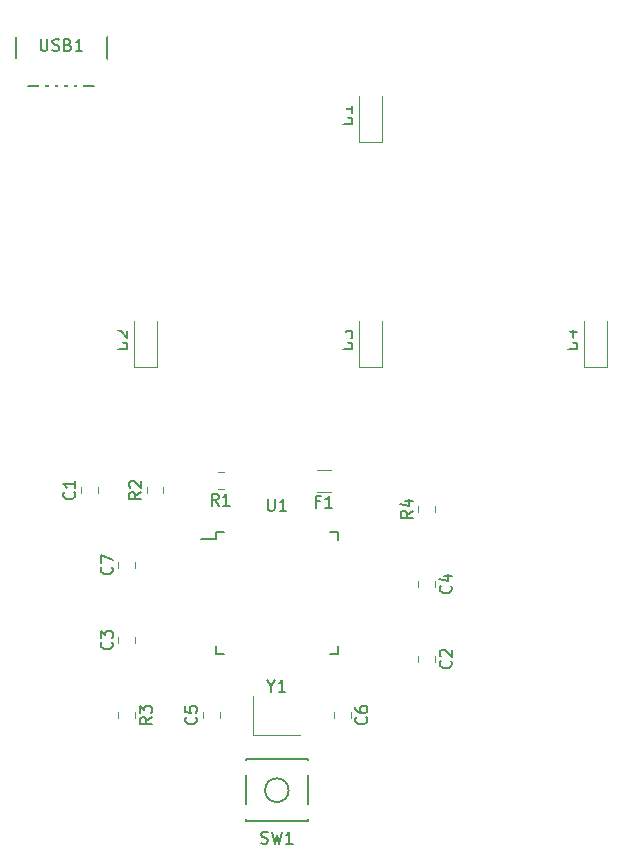
<source format=gto>
G04 #@! TF.GenerationSoftware,KiCad,Pcbnew,(5.1.4)-1*
G04 #@! TF.CreationDate,2022-10-20T20:42:53-05:00*
G04 #@! TF.ProjectId,first-3k-keypad,66697273-742d-4336-9b2d-6b6579706164,rev?*
G04 #@! TF.SameCoordinates,Original*
G04 #@! TF.FileFunction,Legend,Top*
G04 #@! TF.FilePolarity,Positive*
%FSLAX46Y46*%
G04 Gerber Fmt 4.6, Leading zero omitted, Abs format (unit mm)*
G04 Created by KiCad (PCBNEW (5.1.4)-1) date 2022-10-20 20:42:53*
%MOMM*%
%LPD*%
G04 APERTURE LIST*
%ADD10C,0.150000*%
%ADD11C,0.120000*%
%ADD12R,1.602000X0.652000*%
%ADD13R,0.652000X1.602000*%
%ADD14R,1.502000X1.302000*%
%ADD15R,0.602000X2.352000*%
%ADD16O,1.802000X2.802000*%
%ADD17R,1.902000X1.202000*%
%ADD18C,0.020000*%
%ADD19C,1.077000*%
%ADD20C,4.089800*%
%ADD21C,1.852000*%
%ADD22C,1.352000*%
%ADD23R,1.302000X1.002000*%
G04 APERTURE END LIST*
D10*
X121825000Y-140081250D02*
X121825000Y-140656250D01*
X132175000Y-140081250D02*
X132175000Y-140756250D01*
X132175000Y-150431250D02*
X132175000Y-149756250D01*
X121825000Y-150431250D02*
X121825000Y-149756250D01*
X121825000Y-140081250D02*
X122500000Y-140081250D01*
X121825000Y-150431250D02*
X122500000Y-150431250D01*
X132175000Y-150431250D02*
X131500000Y-150431250D01*
X132175000Y-140081250D02*
X131500000Y-140081250D01*
X121825000Y-140656250D02*
X120550000Y-140656250D01*
D11*
X125000000Y-153925000D02*
X125000000Y-157225000D01*
X125000000Y-157225000D02*
X129000000Y-157225000D01*
D10*
X112593750Y-102287500D02*
X104893750Y-102287500D01*
X104893750Y-96837500D02*
X104893750Y-102287500D01*
X112593750Y-96837500D02*
X112593750Y-102287500D01*
X128000000Y-161925000D02*
G75*
G03X128000000Y-161925000I-1000000J0D01*
G01*
X124400000Y-164525000D02*
X124400000Y-159325000D01*
X129600000Y-164525000D02*
X124400000Y-164525000D01*
X129600000Y-159325000D02*
X129600000Y-164525000D01*
X124400000Y-159325000D02*
X129600000Y-159325000D01*
D11*
X140410000Y-138371078D02*
X140410000Y-137853922D01*
X138990000Y-138371078D02*
X138990000Y-137853922D01*
X113590000Y-155316422D02*
X113590000Y-155833578D01*
X115010000Y-155316422D02*
X115010000Y-155833578D01*
X115971250Y-136783578D02*
X115971250Y-136266422D01*
X117391250Y-136783578D02*
X117391250Y-136266422D01*
X122496078Y-135021250D02*
X121978922Y-135021250D01*
X122496078Y-136441250D02*
X121978922Y-136441250D01*
X131570814Y-134821250D02*
X130366686Y-134821250D01*
X131570814Y-136641250D02*
X130366686Y-136641250D01*
X152987500Y-126075000D02*
X154987500Y-126075000D01*
X154987500Y-126075000D02*
X154987500Y-122175000D01*
X152987500Y-126075000D02*
X152987500Y-122175000D01*
X133937500Y-126075000D02*
X133937500Y-122175000D01*
X135937500Y-126075000D02*
X135937500Y-122175000D01*
X133937500Y-126075000D02*
X135937500Y-126075000D01*
X114887500Y-126075000D02*
X116887500Y-126075000D01*
X116887500Y-126075000D02*
X116887500Y-122175000D01*
X114887500Y-126075000D02*
X114887500Y-122175000D01*
X133937500Y-107025000D02*
X135937500Y-107025000D01*
X135937500Y-107025000D02*
X135937500Y-103125000D01*
X133937500Y-107025000D02*
X133937500Y-103125000D01*
X115010000Y-143133578D02*
X115010000Y-142616422D01*
X113590000Y-143133578D02*
X113590000Y-142616422D01*
X131846250Y-155316422D02*
X131846250Y-155833578D01*
X133266250Y-155316422D02*
X133266250Y-155833578D01*
X122153750Y-155833578D02*
X122153750Y-155316422D01*
X120733750Y-155833578D02*
X120733750Y-155316422D01*
X138990000Y-144203922D02*
X138990000Y-144721078D01*
X140410000Y-144203922D02*
X140410000Y-144721078D01*
X115010000Y-149483578D02*
X115010000Y-148966422D01*
X113590000Y-149483578D02*
X113590000Y-148966422D01*
X140410000Y-150553922D02*
X140410000Y-151071078D01*
X138990000Y-150553922D02*
X138990000Y-151071078D01*
X110415000Y-136783578D02*
X110415000Y-136266422D01*
X111835000Y-136783578D02*
X111835000Y-136266422D01*
D10*
X126238095Y-137258630D02*
X126238095Y-138068154D01*
X126285714Y-138163392D01*
X126333333Y-138211011D01*
X126428571Y-138258630D01*
X126619047Y-138258630D01*
X126714285Y-138211011D01*
X126761904Y-138163392D01*
X126809523Y-138068154D01*
X126809523Y-137258630D01*
X127809523Y-138258630D02*
X127238095Y-138258630D01*
X127523809Y-138258630D02*
X127523809Y-137258630D01*
X127428571Y-137401488D01*
X127333333Y-137496726D01*
X127238095Y-137544345D01*
X126523809Y-153101190D02*
X126523809Y-153577380D01*
X126190476Y-152577380D02*
X126523809Y-153101190D01*
X126857142Y-152577380D01*
X127714285Y-153577380D02*
X127142857Y-153577380D01*
X127428571Y-153577380D02*
X127428571Y-152577380D01*
X127333333Y-152720238D01*
X127238095Y-152815476D01*
X127142857Y-152863095D01*
X107005654Y-98321880D02*
X107005654Y-99131404D01*
X107053273Y-99226642D01*
X107100892Y-99274261D01*
X107196130Y-99321880D01*
X107386607Y-99321880D01*
X107481845Y-99274261D01*
X107529464Y-99226642D01*
X107577083Y-99131404D01*
X107577083Y-98321880D01*
X108005654Y-99274261D02*
X108148511Y-99321880D01*
X108386607Y-99321880D01*
X108481845Y-99274261D01*
X108529464Y-99226642D01*
X108577083Y-99131404D01*
X108577083Y-99036166D01*
X108529464Y-98940928D01*
X108481845Y-98893309D01*
X108386607Y-98845690D01*
X108196130Y-98798071D01*
X108100892Y-98750452D01*
X108053273Y-98702833D01*
X108005654Y-98607595D01*
X108005654Y-98512357D01*
X108053273Y-98417119D01*
X108100892Y-98369500D01*
X108196130Y-98321880D01*
X108434226Y-98321880D01*
X108577083Y-98369500D01*
X109338988Y-98798071D02*
X109481845Y-98845690D01*
X109529464Y-98893309D01*
X109577083Y-98988547D01*
X109577083Y-99131404D01*
X109529464Y-99226642D01*
X109481845Y-99274261D01*
X109386607Y-99321880D01*
X109005654Y-99321880D01*
X109005654Y-98321880D01*
X109338988Y-98321880D01*
X109434226Y-98369500D01*
X109481845Y-98417119D01*
X109529464Y-98512357D01*
X109529464Y-98607595D01*
X109481845Y-98702833D01*
X109434226Y-98750452D01*
X109338988Y-98798071D01*
X109005654Y-98798071D01*
X110529464Y-99321880D02*
X109958035Y-99321880D01*
X110243750Y-99321880D02*
X110243750Y-98321880D01*
X110148511Y-98464738D01*
X110053273Y-98559976D01*
X109958035Y-98607595D01*
X125666666Y-166393761D02*
X125809523Y-166441380D01*
X126047619Y-166441380D01*
X126142857Y-166393761D01*
X126190476Y-166346142D01*
X126238095Y-166250904D01*
X126238095Y-166155666D01*
X126190476Y-166060428D01*
X126142857Y-166012809D01*
X126047619Y-165965190D01*
X125857142Y-165917571D01*
X125761904Y-165869952D01*
X125714285Y-165822333D01*
X125666666Y-165727095D01*
X125666666Y-165631857D01*
X125714285Y-165536619D01*
X125761904Y-165489000D01*
X125857142Y-165441380D01*
X126095238Y-165441380D01*
X126238095Y-165489000D01*
X126571428Y-165441380D02*
X126809523Y-166441380D01*
X127000000Y-165727095D01*
X127190476Y-166441380D01*
X127428571Y-165441380D01*
X128333333Y-166441380D02*
X127761904Y-166441380D01*
X128047619Y-166441380D02*
X128047619Y-165441380D01*
X127952380Y-165584238D01*
X127857142Y-165679476D01*
X127761904Y-165727095D01*
X138502380Y-138279166D02*
X138026190Y-138612500D01*
X138502380Y-138850595D02*
X137502380Y-138850595D01*
X137502380Y-138469642D01*
X137550000Y-138374404D01*
X137597619Y-138326785D01*
X137692857Y-138279166D01*
X137835714Y-138279166D01*
X137930952Y-138326785D01*
X137978571Y-138374404D01*
X138026190Y-138469642D01*
X138026190Y-138850595D01*
X137835714Y-137422023D02*
X138502380Y-137422023D01*
X137454761Y-137660119D02*
X138169047Y-137898214D01*
X138169047Y-137279166D01*
X116402380Y-155741666D02*
X115926190Y-156075000D01*
X116402380Y-156313095D02*
X115402380Y-156313095D01*
X115402380Y-155932142D01*
X115450000Y-155836904D01*
X115497619Y-155789285D01*
X115592857Y-155741666D01*
X115735714Y-155741666D01*
X115830952Y-155789285D01*
X115878571Y-155836904D01*
X115926190Y-155932142D01*
X115926190Y-156313095D01*
X115402380Y-155408333D02*
X115402380Y-154789285D01*
X115783333Y-155122619D01*
X115783333Y-154979761D01*
X115830952Y-154884523D01*
X115878571Y-154836904D01*
X115973809Y-154789285D01*
X116211904Y-154789285D01*
X116307142Y-154836904D01*
X116354761Y-154884523D01*
X116402380Y-154979761D01*
X116402380Y-155265476D01*
X116354761Y-155360714D01*
X116307142Y-155408333D01*
X115483630Y-136691666D02*
X115007440Y-137025000D01*
X115483630Y-137263095D02*
X114483630Y-137263095D01*
X114483630Y-136882142D01*
X114531250Y-136786904D01*
X114578869Y-136739285D01*
X114674107Y-136691666D01*
X114816964Y-136691666D01*
X114912202Y-136739285D01*
X114959821Y-136786904D01*
X115007440Y-136882142D01*
X115007440Y-137263095D01*
X114578869Y-136310714D02*
X114531250Y-136263095D01*
X114483630Y-136167857D01*
X114483630Y-135929761D01*
X114531250Y-135834523D01*
X114578869Y-135786904D01*
X114674107Y-135739285D01*
X114769345Y-135739285D01*
X114912202Y-135786904D01*
X115483630Y-136358333D01*
X115483630Y-135739285D01*
X122070833Y-137833630D02*
X121737500Y-137357440D01*
X121499404Y-137833630D02*
X121499404Y-136833630D01*
X121880357Y-136833630D01*
X121975595Y-136881250D01*
X122023214Y-136928869D01*
X122070833Y-137024107D01*
X122070833Y-137166964D01*
X122023214Y-137262202D01*
X121975595Y-137309821D01*
X121880357Y-137357440D01*
X121499404Y-137357440D01*
X123023214Y-137833630D02*
X122451785Y-137833630D01*
X122737500Y-137833630D02*
X122737500Y-136833630D01*
X122642261Y-136976488D01*
X122547023Y-137071726D01*
X122451785Y-137119345D01*
X130635416Y-137479821D02*
X130302083Y-137479821D01*
X130302083Y-138003630D02*
X130302083Y-137003630D01*
X130778273Y-137003630D01*
X131683035Y-138003630D02*
X131111607Y-138003630D01*
X131397321Y-138003630D02*
X131397321Y-137003630D01*
X131302083Y-137146488D01*
X131206845Y-137241726D01*
X131111607Y-137289345D01*
X152439880Y-124563095D02*
X151439880Y-124563095D01*
X151439880Y-124325000D01*
X151487500Y-124182142D01*
X151582738Y-124086904D01*
X151677976Y-124039285D01*
X151868452Y-123991666D01*
X152011309Y-123991666D01*
X152201785Y-124039285D01*
X152297023Y-124086904D01*
X152392261Y-124182142D01*
X152439880Y-124325000D01*
X152439880Y-124563095D01*
X151773214Y-123134523D02*
X152439880Y-123134523D01*
X151392261Y-123372619D02*
X152106547Y-123610714D01*
X152106547Y-122991666D01*
X133389880Y-124563095D02*
X132389880Y-124563095D01*
X132389880Y-124325000D01*
X132437500Y-124182142D01*
X132532738Y-124086904D01*
X132627976Y-124039285D01*
X132818452Y-123991666D01*
X132961309Y-123991666D01*
X133151785Y-124039285D01*
X133247023Y-124086904D01*
X133342261Y-124182142D01*
X133389880Y-124325000D01*
X133389880Y-124563095D01*
X132389880Y-123658333D02*
X132389880Y-123039285D01*
X132770833Y-123372619D01*
X132770833Y-123229761D01*
X132818452Y-123134523D01*
X132866071Y-123086904D01*
X132961309Y-123039285D01*
X133199404Y-123039285D01*
X133294642Y-123086904D01*
X133342261Y-123134523D01*
X133389880Y-123229761D01*
X133389880Y-123515476D01*
X133342261Y-123610714D01*
X133294642Y-123658333D01*
X114339880Y-124563095D02*
X113339880Y-124563095D01*
X113339880Y-124325000D01*
X113387500Y-124182142D01*
X113482738Y-124086904D01*
X113577976Y-124039285D01*
X113768452Y-123991666D01*
X113911309Y-123991666D01*
X114101785Y-124039285D01*
X114197023Y-124086904D01*
X114292261Y-124182142D01*
X114339880Y-124325000D01*
X114339880Y-124563095D01*
X113435119Y-123610714D02*
X113387500Y-123563095D01*
X113339880Y-123467857D01*
X113339880Y-123229761D01*
X113387500Y-123134523D01*
X113435119Y-123086904D01*
X113530357Y-123039285D01*
X113625595Y-123039285D01*
X113768452Y-123086904D01*
X114339880Y-123658333D01*
X114339880Y-123039285D01*
X133389880Y-105513095D02*
X132389880Y-105513095D01*
X132389880Y-105275000D01*
X132437500Y-105132142D01*
X132532738Y-105036904D01*
X132627976Y-104989285D01*
X132818452Y-104941666D01*
X132961309Y-104941666D01*
X133151785Y-104989285D01*
X133247023Y-105036904D01*
X133342261Y-105132142D01*
X133389880Y-105275000D01*
X133389880Y-105513095D01*
X133389880Y-103989285D02*
X133389880Y-104560714D01*
X133389880Y-104275000D02*
X132389880Y-104275000D01*
X132532738Y-104370238D01*
X132627976Y-104465476D01*
X132675595Y-104560714D01*
X113007142Y-143041666D02*
X113054761Y-143089285D01*
X113102380Y-143232142D01*
X113102380Y-143327380D01*
X113054761Y-143470238D01*
X112959523Y-143565476D01*
X112864285Y-143613095D01*
X112673809Y-143660714D01*
X112530952Y-143660714D01*
X112340476Y-143613095D01*
X112245238Y-143565476D01*
X112150000Y-143470238D01*
X112102380Y-143327380D01*
X112102380Y-143232142D01*
X112150000Y-143089285D01*
X112197619Y-143041666D01*
X112102380Y-142708333D02*
X112102380Y-142041666D01*
X113102380Y-142470238D01*
X134563392Y-155741666D02*
X134611011Y-155789285D01*
X134658630Y-155932142D01*
X134658630Y-156027380D01*
X134611011Y-156170238D01*
X134515773Y-156265476D01*
X134420535Y-156313095D01*
X134230059Y-156360714D01*
X134087202Y-156360714D01*
X133896726Y-156313095D01*
X133801488Y-156265476D01*
X133706250Y-156170238D01*
X133658630Y-156027380D01*
X133658630Y-155932142D01*
X133706250Y-155789285D01*
X133753869Y-155741666D01*
X133658630Y-154884523D02*
X133658630Y-155075000D01*
X133706250Y-155170238D01*
X133753869Y-155217857D01*
X133896726Y-155313095D01*
X134087202Y-155360714D01*
X134468154Y-155360714D01*
X134563392Y-155313095D01*
X134611011Y-155265476D01*
X134658630Y-155170238D01*
X134658630Y-154979761D01*
X134611011Y-154884523D01*
X134563392Y-154836904D01*
X134468154Y-154789285D01*
X134230059Y-154789285D01*
X134134821Y-154836904D01*
X134087202Y-154884523D01*
X134039583Y-154979761D01*
X134039583Y-155170238D01*
X134087202Y-155265476D01*
X134134821Y-155313095D01*
X134230059Y-155360714D01*
X120150892Y-155741666D02*
X120198511Y-155789285D01*
X120246130Y-155932142D01*
X120246130Y-156027380D01*
X120198511Y-156170238D01*
X120103273Y-156265476D01*
X120008035Y-156313095D01*
X119817559Y-156360714D01*
X119674702Y-156360714D01*
X119484226Y-156313095D01*
X119388988Y-156265476D01*
X119293750Y-156170238D01*
X119246130Y-156027380D01*
X119246130Y-155932142D01*
X119293750Y-155789285D01*
X119341369Y-155741666D01*
X119246130Y-154836904D02*
X119246130Y-155313095D01*
X119722321Y-155360714D01*
X119674702Y-155313095D01*
X119627083Y-155217857D01*
X119627083Y-154979761D01*
X119674702Y-154884523D01*
X119722321Y-154836904D01*
X119817559Y-154789285D01*
X120055654Y-154789285D01*
X120150892Y-154836904D01*
X120198511Y-154884523D01*
X120246130Y-154979761D01*
X120246130Y-155217857D01*
X120198511Y-155313095D01*
X120150892Y-155360714D01*
X141707142Y-144629166D02*
X141754761Y-144676785D01*
X141802380Y-144819642D01*
X141802380Y-144914880D01*
X141754761Y-145057738D01*
X141659523Y-145152976D01*
X141564285Y-145200595D01*
X141373809Y-145248214D01*
X141230952Y-145248214D01*
X141040476Y-145200595D01*
X140945238Y-145152976D01*
X140850000Y-145057738D01*
X140802380Y-144914880D01*
X140802380Y-144819642D01*
X140850000Y-144676785D01*
X140897619Y-144629166D01*
X141135714Y-143772023D02*
X141802380Y-143772023D01*
X140754761Y-144010119D02*
X141469047Y-144248214D01*
X141469047Y-143629166D01*
X113007142Y-149391666D02*
X113054761Y-149439285D01*
X113102380Y-149582142D01*
X113102380Y-149677380D01*
X113054761Y-149820238D01*
X112959523Y-149915476D01*
X112864285Y-149963095D01*
X112673809Y-150010714D01*
X112530952Y-150010714D01*
X112340476Y-149963095D01*
X112245238Y-149915476D01*
X112150000Y-149820238D01*
X112102380Y-149677380D01*
X112102380Y-149582142D01*
X112150000Y-149439285D01*
X112197619Y-149391666D01*
X112102380Y-149058333D02*
X112102380Y-148439285D01*
X112483333Y-148772619D01*
X112483333Y-148629761D01*
X112530952Y-148534523D01*
X112578571Y-148486904D01*
X112673809Y-148439285D01*
X112911904Y-148439285D01*
X113007142Y-148486904D01*
X113054761Y-148534523D01*
X113102380Y-148629761D01*
X113102380Y-148915476D01*
X113054761Y-149010714D01*
X113007142Y-149058333D01*
X141707142Y-150979166D02*
X141754761Y-151026785D01*
X141802380Y-151169642D01*
X141802380Y-151264880D01*
X141754761Y-151407738D01*
X141659523Y-151502976D01*
X141564285Y-151550595D01*
X141373809Y-151598214D01*
X141230952Y-151598214D01*
X141040476Y-151550595D01*
X140945238Y-151502976D01*
X140850000Y-151407738D01*
X140802380Y-151264880D01*
X140802380Y-151169642D01*
X140850000Y-151026785D01*
X140897619Y-150979166D01*
X140897619Y-150598214D02*
X140850000Y-150550595D01*
X140802380Y-150455357D01*
X140802380Y-150217261D01*
X140850000Y-150122023D01*
X140897619Y-150074404D01*
X140992857Y-150026785D01*
X141088095Y-150026785D01*
X141230952Y-150074404D01*
X141802380Y-150645833D01*
X141802380Y-150026785D01*
X109832142Y-136691666D02*
X109879761Y-136739285D01*
X109927380Y-136882142D01*
X109927380Y-136977380D01*
X109879761Y-137120238D01*
X109784523Y-137215476D01*
X109689285Y-137263095D01*
X109498809Y-137310714D01*
X109355952Y-137310714D01*
X109165476Y-137263095D01*
X109070238Y-137215476D01*
X108975000Y-137120238D01*
X108927380Y-136977380D01*
X108927380Y-136882142D01*
X108975000Y-136739285D01*
X109022619Y-136691666D01*
X109927380Y-135739285D02*
X109927380Y-136310714D01*
X109927380Y-136025000D02*
X108927380Y-136025000D01*
X109070238Y-136120238D01*
X109165476Y-136215476D01*
X109213095Y-136310714D01*
%LPC*%
D12*
X121300000Y-141256250D03*
X121300000Y-142056250D03*
X121300000Y-142856250D03*
X121300000Y-143656250D03*
X121300000Y-144456250D03*
X121300000Y-145256250D03*
X121300000Y-146056250D03*
X121300000Y-146856250D03*
X121300000Y-147656250D03*
X121300000Y-148456250D03*
X121300000Y-149256250D03*
D13*
X123000000Y-150956250D03*
X123800000Y-150956250D03*
X124600000Y-150956250D03*
X125400000Y-150956250D03*
X126200000Y-150956250D03*
X127000000Y-150956250D03*
X127800000Y-150956250D03*
X128600000Y-150956250D03*
X129400000Y-150956250D03*
X130200000Y-150956250D03*
X131000000Y-150956250D03*
D12*
X132700000Y-149256250D03*
X132700000Y-148456250D03*
X132700000Y-147656250D03*
X132700000Y-146856250D03*
X132700000Y-146056250D03*
X132700000Y-145256250D03*
X132700000Y-144456250D03*
X132700000Y-143656250D03*
X132700000Y-142856250D03*
X132700000Y-142056250D03*
X132700000Y-141256250D03*
D13*
X131000000Y-139556250D03*
X130200000Y-139556250D03*
X129400000Y-139556250D03*
X128600000Y-139556250D03*
X127800000Y-139556250D03*
X127000000Y-139556250D03*
X126200000Y-139556250D03*
X125400000Y-139556250D03*
X124600000Y-139556250D03*
X123800000Y-139556250D03*
X123000000Y-139556250D03*
D14*
X125900000Y-156425000D03*
X128100000Y-156425000D03*
X128100000Y-154725000D03*
X125900000Y-154725000D03*
D15*
X107143750Y-101337500D03*
X107943750Y-101337500D03*
X108743750Y-101337500D03*
X109543750Y-101337500D03*
X110343750Y-101337500D03*
D16*
X112393750Y-101337500D03*
X105093750Y-101337500D03*
X105093750Y-96837500D03*
X112393750Y-96837500D03*
D17*
X130100000Y-163775000D03*
X123900000Y-160075000D03*
X130100000Y-160075000D03*
X123900000Y-163775000D03*
D18*
G36*
X140208141Y-136637797D02*
G01*
X140234278Y-136641674D01*
X140259909Y-136648094D01*
X140284788Y-136656995D01*
X140308674Y-136668293D01*
X140331337Y-136681877D01*
X140352560Y-136697617D01*
X140372139Y-136715361D01*
X140389883Y-136734940D01*
X140405623Y-136756163D01*
X140419207Y-136778826D01*
X140430505Y-136802712D01*
X140439406Y-136827591D01*
X140445826Y-136853222D01*
X140449703Y-136879359D01*
X140451000Y-136905750D01*
X140451000Y-137444250D01*
X140449703Y-137470641D01*
X140445826Y-137496778D01*
X140439406Y-137522409D01*
X140430505Y-137547288D01*
X140419207Y-137571174D01*
X140405623Y-137593837D01*
X140389883Y-137615060D01*
X140372139Y-137634639D01*
X140352560Y-137652383D01*
X140331337Y-137668123D01*
X140308674Y-137681707D01*
X140284788Y-137693005D01*
X140259909Y-137701906D01*
X140234278Y-137708326D01*
X140208141Y-137712203D01*
X140181750Y-137713500D01*
X139218250Y-137713500D01*
X139191859Y-137712203D01*
X139165722Y-137708326D01*
X139140091Y-137701906D01*
X139115212Y-137693005D01*
X139091326Y-137681707D01*
X139068663Y-137668123D01*
X139047440Y-137652383D01*
X139027861Y-137634639D01*
X139010117Y-137615060D01*
X138994377Y-137593837D01*
X138980793Y-137571174D01*
X138969495Y-137547288D01*
X138960594Y-137522409D01*
X138954174Y-137496778D01*
X138950297Y-137470641D01*
X138949000Y-137444250D01*
X138949000Y-136905750D01*
X138950297Y-136879359D01*
X138954174Y-136853222D01*
X138960594Y-136827591D01*
X138969495Y-136802712D01*
X138980793Y-136778826D01*
X138994377Y-136756163D01*
X139010117Y-136734940D01*
X139027861Y-136715361D01*
X139047440Y-136697617D01*
X139068663Y-136681877D01*
X139091326Y-136668293D01*
X139115212Y-136656995D01*
X139140091Y-136648094D01*
X139165722Y-136641674D01*
X139191859Y-136637797D01*
X139218250Y-136636500D01*
X140181750Y-136636500D01*
X140208141Y-136637797D01*
X140208141Y-136637797D01*
G37*
D19*
X139700000Y-137175000D03*
D18*
G36*
X140208141Y-138512797D02*
G01*
X140234278Y-138516674D01*
X140259909Y-138523094D01*
X140284788Y-138531995D01*
X140308674Y-138543293D01*
X140331337Y-138556877D01*
X140352560Y-138572617D01*
X140372139Y-138590361D01*
X140389883Y-138609940D01*
X140405623Y-138631163D01*
X140419207Y-138653826D01*
X140430505Y-138677712D01*
X140439406Y-138702591D01*
X140445826Y-138728222D01*
X140449703Y-138754359D01*
X140451000Y-138780750D01*
X140451000Y-139319250D01*
X140449703Y-139345641D01*
X140445826Y-139371778D01*
X140439406Y-139397409D01*
X140430505Y-139422288D01*
X140419207Y-139446174D01*
X140405623Y-139468837D01*
X140389883Y-139490060D01*
X140372139Y-139509639D01*
X140352560Y-139527383D01*
X140331337Y-139543123D01*
X140308674Y-139556707D01*
X140284788Y-139568005D01*
X140259909Y-139576906D01*
X140234278Y-139583326D01*
X140208141Y-139587203D01*
X140181750Y-139588500D01*
X139218250Y-139588500D01*
X139191859Y-139587203D01*
X139165722Y-139583326D01*
X139140091Y-139576906D01*
X139115212Y-139568005D01*
X139091326Y-139556707D01*
X139068663Y-139543123D01*
X139047440Y-139527383D01*
X139027861Y-139509639D01*
X139010117Y-139490060D01*
X138994377Y-139468837D01*
X138980793Y-139446174D01*
X138969495Y-139422288D01*
X138960594Y-139397409D01*
X138954174Y-139371778D01*
X138950297Y-139345641D01*
X138949000Y-139319250D01*
X138949000Y-138780750D01*
X138950297Y-138754359D01*
X138954174Y-138728222D01*
X138960594Y-138702591D01*
X138969495Y-138677712D01*
X138980793Y-138653826D01*
X138994377Y-138631163D01*
X139010117Y-138609940D01*
X139027861Y-138590361D01*
X139047440Y-138572617D01*
X139068663Y-138556877D01*
X139091326Y-138543293D01*
X139115212Y-138531995D01*
X139140091Y-138523094D01*
X139165722Y-138516674D01*
X139191859Y-138512797D01*
X139218250Y-138511500D01*
X140181750Y-138511500D01*
X140208141Y-138512797D01*
X140208141Y-138512797D01*
G37*
D19*
X139700000Y-139050000D03*
D18*
G36*
X114808141Y-155975297D02*
G01*
X114834278Y-155979174D01*
X114859909Y-155985594D01*
X114884788Y-155994495D01*
X114908674Y-156005793D01*
X114931337Y-156019377D01*
X114952560Y-156035117D01*
X114972139Y-156052861D01*
X114989883Y-156072440D01*
X115005623Y-156093663D01*
X115019207Y-156116326D01*
X115030505Y-156140212D01*
X115039406Y-156165091D01*
X115045826Y-156190722D01*
X115049703Y-156216859D01*
X115051000Y-156243250D01*
X115051000Y-156781750D01*
X115049703Y-156808141D01*
X115045826Y-156834278D01*
X115039406Y-156859909D01*
X115030505Y-156884788D01*
X115019207Y-156908674D01*
X115005623Y-156931337D01*
X114989883Y-156952560D01*
X114972139Y-156972139D01*
X114952560Y-156989883D01*
X114931337Y-157005623D01*
X114908674Y-157019207D01*
X114884788Y-157030505D01*
X114859909Y-157039406D01*
X114834278Y-157045826D01*
X114808141Y-157049703D01*
X114781750Y-157051000D01*
X113818250Y-157051000D01*
X113791859Y-157049703D01*
X113765722Y-157045826D01*
X113740091Y-157039406D01*
X113715212Y-157030505D01*
X113691326Y-157019207D01*
X113668663Y-157005623D01*
X113647440Y-156989883D01*
X113627861Y-156972139D01*
X113610117Y-156952560D01*
X113594377Y-156931337D01*
X113580793Y-156908674D01*
X113569495Y-156884788D01*
X113560594Y-156859909D01*
X113554174Y-156834278D01*
X113550297Y-156808141D01*
X113549000Y-156781750D01*
X113549000Y-156243250D01*
X113550297Y-156216859D01*
X113554174Y-156190722D01*
X113560594Y-156165091D01*
X113569495Y-156140212D01*
X113580793Y-156116326D01*
X113594377Y-156093663D01*
X113610117Y-156072440D01*
X113627861Y-156052861D01*
X113647440Y-156035117D01*
X113668663Y-156019377D01*
X113691326Y-156005793D01*
X113715212Y-155994495D01*
X113740091Y-155985594D01*
X113765722Y-155979174D01*
X113791859Y-155975297D01*
X113818250Y-155974000D01*
X114781750Y-155974000D01*
X114808141Y-155975297D01*
X114808141Y-155975297D01*
G37*
D19*
X114300000Y-156512500D03*
D18*
G36*
X114808141Y-154100297D02*
G01*
X114834278Y-154104174D01*
X114859909Y-154110594D01*
X114884788Y-154119495D01*
X114908674Y-154130793D01*
X114931337Y-154144377D01*
X114952560Y-154160117D01*
X114972139Y-154177861D01*
X114989883Y-154197440D01*
X115005623Y-154218663D01*
X115019207Y-154241326D01*
X115030505Y-154265212D01*
X115039406Y-154290091D01*
X115045826Y-154315722D01*
X115049703Y-154341859D01*
X115051000Y-154368250D01*
X115051000Y-154906750D01*
X115049703Y-154933141D01*
X115045826Y-154959278D01*
X115039406Y-154984909D01*
X115030505Y-155009788D01*
X115019207Y-155033674D01*
X115005623Y-155056337D01*
X114989883Y-155077560D01*
X114972139Y-155097139D01*
X114952560Y-155114883D01*
X114931337Y-155130623D01*
X114908674Y-155144207D01*
X114884788Y-155155505D01*
X114859909Y-155164406D01*
X114834278Y-155170826D01*
X114808141Y-155174703D01*
X114781750Y-155176000D01*
X113818250Y-155176000D01*
X113791859Y-155174703D01*
X113765722Y-155170826D01*
X113740091Y-155164406D01*
X113715212Y-155155505D01*
X113691326Y-155144207D01*
X113668663Y-155130623D01*
X113647440Y-155114883D01*
X113627861Y-155097139D01*
X113610117Y-155077560D01*
X113594377Y-155056337D01*
X113580793Y-155033674D01*
X113569495Y-155009788D01*
X113560594Y-154984909D01*
X113554174Y-154959278D01*
X113550297Y-154933141D01*
X113549000Y-154906750D01*
X113549000Y-154368250D01*
X113550297Y-154341859D01*
X113554174Y-154315722D01*
X113560594Y-154290091D01*
X113569495Y-154265212D01*
X113580793Y-154241326D01*
X113594377Y-154218663D01*
X113610117Y-154197440D01*
X113627861Y-154177861D01*
X113647440Y-154160117D01*
X113668663Y-154144377D01*
X113691326Y-154130793D01*
X113715212Y-154119495D01*
X113740091Y-154110594D01*
X113765722Y-154104174D01*
X113791859Y-154100297D01*
X113818250Y-154099000D01*
X114781750Y-154099000D01*
X114808141Y-154100297D01*
X114808141Y-154100297D01*
G37*
D19*
X114300000Y-154637500D03*
D18*
G36*
X117189391Y-136925297D02*
G01*
X117215528Y-136929174D01*
X117241159Y-136935594D01*
X117266038Y-136944495D01*
X117289924Y-136955793D01*
X117312587Y-136969377D01*
X117333810Y-136985117D01*
X117353389Y-137002861D01*
X117371133Y-137022440D01*
X117386873Y-137043663D01*
X117400457Y-137066326D01*
X117411755Y-137090212D01*
X117420656Y-137115091D01*
X117427076Y-137140722D01*
X117430953Y-137166859D01*
X117432250Y-137193250D01*
X117432250Y-137731750D01*
X117430953Y-137758141D01*
X117427076Y-137784278D01*
X117420656Y-137809909D01*
X117411755Y-137834788D01*
X117400457Y-137858674D01*
X117386873Y-137881337D01*
X117371133Y-137902560D01*
X117353389Y-137922139D01*
X117333810Y-137939883D01*
X117312587Y-137955623D01*
X117289924Y-137969207D01*
X117266038Y-137980505D01*
X117241159Y-137989406D01*
X117215528Y-137995826D01*
X117189391Y-137999703D01*
X117163000Y-138001000D01*
X116199500Y-138001000D01*
X116173109Y-137999703D01*
X116146972Y-137995826D01*
X116121341Y-137989406D01*
X116096462Y-137980505D01*
X116072576Y-137969207D01*
X116049913Y-137955623D01*
X116028690Y-137939883D01*
X116009111Y-137922139D01*
X115991367Y-137902560D01*
X115975627Y-137881337D01*
X115962043Y-137858674D01*
X115950745Y-137834788D01*
X115941844Y-137809909D01*
X115935424Y-137784278D01*
X115931547Y-137758141D01*
X115930250Y-137731750D01*
X115930250Y-137193250D01*
X115931547Y-137166859D01*
X115935424Y-137140722D01*
X115941844Y-137115091D01*
X115950745Y-137090212D01*
X115962043Y-137066326D01*
X115975627Y-137043663D01*
X115991367Y-137022440D01*
X116009111Y-137002861D01*
X116028690Y-136985117D01*
X116049913Y-136969377D01*
X116072576Y-136955793D01*
X116096462Y-136944495D01*
X116121341Y-136935594D01*
X116146972Y-136929174D01*
X116173109Y-136925297D01*
X116199500Y-136924000D01*
X117163000Y-136924000D01*
X117189391Y-136925297D01*
X117189391Y-136925297D01*
G37*
D19*
X116681250Y-137462500D03*
D18*
G36*
X117189391Y-135050297D02*
G01*
X117215528Y-135054174D01*
X117241159Y-135060594D01*
X117266038Y-135069495D01*
X117289924Y-135080793D01*
X117312587Y-135094377D01*
X117333810Y-135110117D01*
X117353389Y-135127861D01*
X117371133Y-135147440D01*
X117386873Y-135168663D01*
X117400457Y-135191326D01*
X117411755Y-135215212D01*
X117420656Y-135240091D01*
X117427076Y-135265722D01*
X117430953Y-135291859D01*
X117432250Y-135318250D01*
X117432250Y-135856750D01*
X117430953Y-135883141D01*
X117427076Y-135909278D01*
X117420656Y-135934909D01*
X117411755Y-135959788D01*
X117400457Y-135983674D01*
X117386873Y-136006337D01*
X117371133Y-136027560D01*
X117353389Y-136047139D01*
X117333810Y-136064883D01*
X117312587Y-136080623D01*
X117289924Y-136094207D01*
X117266038Y-136105505D01*
X117241159Y-136114406D01*
X117215528Y-136120826D01*
X117189391Y-136124703D01*
X117163000Y-136126000D01*
X116199500Y-136126000D01*
X116173109Y-136124703D01*
X116146972Y-136120826D01*
X116121341Y-136114406D01*
X116096462Y-136105505D01*
X116072576Y-136094207D01*
X116049913Y-136080623D01*
X116028690Y-136064883D01*
X116009111Y-136047139D01*
X115991367Y-136027560D01*
X115975627Y-136006337D01*
X115962043Y-135983674D01*
X115950745Y-135959788D01*
X115941844Y-135934909D01*
X115935424Y-135909278D01*
X115931547Y-135883141D01*
X115930250Y-135856750D01*
X115930250Y-135318250D01*
X115931547Y-135291859D01*
X115935424Y-135265722D01*
X115941844Y-135240091D01*
X115950745Y-135215212D01*
X115962043Y-135191326D01*
X115975627Y-135168663D01*
X115991367Y-135147440D01*
X116009111Y-135127861D01*
X116028690Y-135110117D01*
X116049913Y-135094377D01*
X116072576Y-135080793D01*
X116096462Y-135069495D01*
X116121341Y-135060594D01*
X116146972Y-135054174D01*
X116173109Y-135050297D01*
X116199500Y-135049000D01*
X117163000Y-135049000D01*
X117189391Y-135050297D01*
X117189391Y-135050297D01*
G37*
D19*
X116681250Y-135587500D03*
D18*
G36*
X121595641Y-134981547D02*
G01*
X121621778Y-134985424D01*
X121647409Y-134991844D01*
X121672288Y-135000745D01*
X121696174Y-135012043D01*
X121718837Y-135025627D01*
X121740060Y-135041367D01*
X121759639Y-135059111D01*
X121777383Y-135078690D01*
X121793123Y-135099913D01*
X121806707Y-135122576D01*
X121818005Y-135146462D01*
X121826906Y-135171341D01*
X121833326Y-135196972D01*
X121837203Y-135223109D01*
X121838500Y-135249500D01*
X121838500Y-136213000D01*
X121837203Y-136239391D01*
X121833326Y-136265528D01*
X121826906Y-136291159D01*
X121818005Y-136316038D01*
X121806707Y-136339924D01*
X121793123Y-136362587D01*
X121777383Y-136383810D01*
X121759639Y-136403389D01*
X121740060Y-136421133D01*
X121718837Y-136436873D01*
X121696174Y-136450457D01*
X121672288Y-136461755D01*
X121647409Y-136470656D01*
X121621778Y-136477076D01*
X121595641Y-136480953D01*
X121569250Y-136482250D01*
X121030750Y-136482250D01*
X121004359Y-136480953D01*
X120978222Y-136477076D01*
X120952591Y-136470656D01*
X120927712Y-136461755D01*
X120903826Y-136450457D01*
X120881163Y-136436873D01*
X120859940Y-136421133D01*
X120840361Y-136403389D01*
X120822617Y-136383810D01*
X120806877Y-136362587D01*
X120793293Y-136339924D01*
X120781995Y-136316038D01*
X120773094Y-136291159D01*
X120766674Y-136265528D01*
X120762797Y-136239391D01*
X120761500Y-136213000D01*
X120761500Y-135249500D01*
X120762797Y-135223109D01*
X120766674Y-135196972D01*
X120773094Y-135171341D01*
X120781995Y-135146462D01*
X120793293Y-135122576D01*
X120806877Y-135099913D01*
X120822617Y-135078690D01*
X120840361Y-135059111D01*
X120859940Y-135041367D01*
X120881163Y-135025627D01*
X120903826Y-135012043D01*
X120927712Y-135000745D01*
X120952591Y-134991844D01*
X120978222Y-134985424D01*
X121004359Y-134981547D01*
X121030750Y-134980250D01*
X121569250Y-134980250D01*
X121595641Y-134981547D01*
X121595641Y-134981547D01*
G37*
D19*
X121300000Y-135731250D03*
D18*
G36*
X123470641Y-134981547D02*
G01*
X123496778Y-134985424D01*
X123522409Y-134991844D01*
X123547288Y-135000745D01*
X123571174Y-135012043D01*
X123593837Y-135025627D01*
X123615060Y-135041367D01*
X123634639Y-135059111D01*
X123652383Y-135078690D01*
X123668123Y-135099913D01*
X123681707Y-135122576D01*
X123693005Y-135146462D01*
X123701906Y-135171341D01*
X123708326Y-135196972D01*
X123712203Y-135223109D01*
X123713500Y-135249500D01*
X123713500Y-136213000D01*
X123712203Y-136239391D01*
X123708326Y-136265528D01*
X123701906Y-136291159D01*
X123693005Y-136316038D01*
X123681707Y-136339924D01*
X123668123Y-136362587D01*
X123652383Y-136383810D01*
X123634639Y-136403389D01*
X123615060Y-136421133D01*
X123593837Y-136436873D01*
X123571174Y-136450457D01*
X123547288Y-136461755D01*
X123522409Y-136470656D01*
X123496778Y-136477076D01*
X123470641Y-136480953D01*
X123444250Y-136482250D01*
X122905750Y-136482250D01*
X122879359Y-136480953D01*
X122853222Y-136477076D01*
X122827591Y-136470656D01*
X122802712Y-136461755D01*
X122778826Y-136450457D01*
X122756163Y-136436873D01*
X122734940Y-136421133D01*
X122715361Y-136403389D01*
X122697617Y-136383810D01*
X122681877Y-136362587D01*
X122668293Y-136339924D01*
X122656995Y-136316038D01*
X122648094Y-136291159D01*
X122641674Y-136265528D01*
X122637797Y-136239391D01*
X122636500Y-136213000D01*
X122636500Y-135249500D01*
X122637797Y-135223109D01*
X122641674Y-135196972D01*
X122648094Y-135171341D01*
X122656995Y-135146462D01*
X122668293Y-135122576D01*
X122681877Y-135099913D01*
X122697617Y-135078690D01*
X122715361Y-135059111D01*
X122734940Y-135041367D01*
X122756163Y-135025627D01*
X122778826Y-135012043D01*
X122802712Y-135000745D01*
X122827591Y-134991844D01*
X122853222Y-134985424D01*
X122879359Y-134981547D01*
X122905750Y-134980250D01*
X123444250Y-134980250D01*
X123470641Y-134981547D01*
X123470641Y-134981547D01*
G37*
D19*
X123175000Y-135731250D03*
D20*
X146050000Y-123825000D03*
D21*
X140970000Y-123825000D03*
X151130000Y-123825000D03*
D20*
X127000000Y-123825000D03*
D21*
X121920000Y-123825000D03*
X132080000Y-123825000D03*
D20*
X107950000Y-123825000D03*
D21*
X102870000Y-123825000D03*
X113030000Y-123825000D03*
D20*
X127000000Y-104775000D03*
D21*
X121920000Y-104775000D03*
X132080000Y-104775000D03*
D18*
G36*
X130000854Y-134806552D02*
G01*
X130027102Y-134810446D01*
X130052843Y-134816893D01*
X130077828Y-134825833D01*
X130101816Y-134837178D01*
X130124576Y-134850821D01*
X130145890Y-134866628D01*
X130165552Y-134884448D01*
X130183372Y-134904110D01*
X130199179Y-134925424D01*
X130212822Y-134948184D01*
X130224167Y-134972172D01*
X130233107Y-134997157D01*
X130239554Y-135022898D01*
X130243448Y-135049146D01*
X130244750Y-135075650D01*
X130244750Y-136386850D01*
X130243448Y-136413354D01*
X130239554Y-136439602D01*
X130233107Y-136465343D01*
X130224167Y-136490328D01*
X130212822Y-136514316D01*
X130199179Y-136537076D01*
X130183372Y-136558390D01*
X130165552Y-136578052D01*
X130145890Y-136595872D01*
X130124576Y-136611679D01*
X130101816Y-136625322D01*
X130077828Y-136636667D01*
X130052843Y-136645607D01*
X130027102Y-136652054D01*
X130000854Y-136655948D01*
X129974350Y-136657250D01*
X129163150Y-136657250D01*
X129136646Y-136655948D01*
X129110398Y-136652054D01*
X129084657Y-136645607D01*
X129059672Y-136636667D01*
X129035684Y-136625322D01*
X129012924Y-136611679D01*
X128991610Y-136595872D01*
X128971948Y-136578052D01*
X128954128Y-136558390D01*
X128938321Y-136537076D01*
X128924678Y-136514316D01*
X128913333Y-136490328D01*
X128904393Y-136465343D01*
X128897946Y-136439602D01*
X128894052Y-136413354D01*
X128892750Y-136386850D01*
X128892750Y-135075650D01*
X128894052Y-135049146D01*
X128897946Y-135022898D01*
X128904393Y-134997157D01*
X128913333Y-134972172D01*
X128924678Y-134948184D01*
X128938321Y-134925424D01*
X128954128Y-134904110D01*
X128971948Y-134884448D01*
X128991610Y-134866628D01*
X129012924Y-134850821D01*
X129035684Y-134837178D01*
X129059672Y-134825833D01*
X129084657Y-134816893D01*
X129110398Y-134810446D01*
X129136646Y-134806552D01*
X129163150Y-134805250D01*
X129974350Y-134805250D01*
X130000854Y-134806552D01*
X130000854Y-134806552D01*
G37*
D22*
X129568750Y-135731250D03*
D18*
G36*
X132800854Y-134806552D02*
G01*
X132827102Y-134810446D01*
X132852843Y-134816893D01*
X132877828Y-134825833D01*
X132901816Y-134837178D01*
X132924576Y-134850821D01*
X132945890Y-134866628D01*
X132965552Y-134884448D01*
X132983372Y-134904110D01*
X132999179Y-134925424D01*
X133012822Y-134948184D01*
X133024167Y-134972172D01*
X133033107Y-134997157D01*
X133039554Y-135022898D01*
X133043448Y-135049146D01*
X133044750Y-135075650D01*
X133044750Y-136386850D01*
X133043448Y-136413354D01*
X133039554Y-136439602D01*
X133033107Y-136465343D01*
X133024167Y-136490328D01*
X133012822Y-136514316D01*
X132999179Y-136537076D01*
X132983372Y-136558390D01*
X132965552Y-136578052D01*
X132945890Y-136595872D01*
X132924576Y-136611679D01*
X132901816Y-136625322D01*
X132877828Y-136636667D01*
X132852843Y-136645607D01*
X132827102Y-136652054D01*
X132800854Y-136655948D01*
X132774350Y-136657250D01*
X131963150Y-136657250D01*
X131936646Y-136655948D01*
X131910398Y-136652054D01*
X131884657Y-136645607D01*
X131859672Y-136636667D01*
X131835684Y-136625322D01*
X131812924Y-136611679D01*
X131791610Y-136595872D01*
X131771948Y-136578052D01*
X131754128Y-136558390D01*
X131738321Y-136537076D01*
X131724678Y-136514316D01*
X131713333Y-136490328D01*
X131704393Y-136465343D01*
X131697946Y-136439602D01*
X131694052Y-136413354D01*
X131692750Y-136386850D01*
X131692750Y-135075650D01*
X131694052Y-135049146D01*
X131697946Y-135022898D01*
X131704393Y-134997157D01*
X131713333Y-134972172D01*
X131724678Y-134948184D01*
X131738321Y-134925424D01*
X131754128Y-134904110D01*
X131771948Y-134884448D01*
X131791610Y-134866628D01*
X131812924Y-134850821D01*
X131835684Y-134837178D01*
X131859672Y-134825833D01*
X131884657Y-134816893D01*
X131910398Y-134810446D01*
X131936646Y-134806552D01*
X131963150Y-134805250D01*
X132774350Y-134805250D01*
X132800854Y-134806552D01*
X132800854Y-134806552D01*
G37*
D22*
X132368750Y-135731250D03*
D23*
X153987500Y-125475000D03*
X153987500Y-122175000D03*
X134937500Y-122175000D03*
X134937500Y-125475000D03*
X115887500Y-125475000D03*
X115887500Y-122175000D03*
X134937500Y-106425000D03*
X134937500Y-103125000D03*
D18*
G36*
X114808141Y-141400297D02*
G01*
X114834278Y-141404174D01*
X114859909Y-141410594D01*
X114884788Y-141419495D01*
X114908674Y-141430793D01*
X114931337Y-141444377D01*
X114952560Y-141460117D01*
X114972139Y-141477861D01*
X114989883Y-141497440D01*
X115005623Y-141518663D01*
X115019207Y-141541326D01*
X115030505Y-141565212D01*
X115039406Y-141590091D01*
X115045826Y-141615722D01*
X115049703Y-141641859D01*
X115051000Y-141668250D01*
X115051000Y-142206750D01*
X115049703Y-142233141D01*
X115045826Y-142259278D01*
X115039406Y-142284909D01*
X115030505Y-142309788D01*
X115019207Y-142333674D01*
X115005623Y-142356337D01*
X114989883Y-142377560D01*
X114972139Y-142397139D01*
X114952560Y-142414883D01*
X114931337Y-142430623D01*
X114908674Y-142444207D01*
X114884788Y-142455505D01*
X114859909Y-142464406D01*
X114834278Y-142470826D01*
X114808141Y-142474703D01*
X114781750Y-142476000D01*
X113818250Y-142476000D01*
X113791859Y-142474703D01*
X113765722Y-142470826D01*
X113740091Y-142464406D01*
X113715212Y-142455505D01*
X113691326Y-142444207D01*
X113668663Y-142430623D01*
X113647440Y-142414883D01*
X113627861Y-142397139D01*
X113610117Y-142377560D01*
X113594377Y-142356337D01*
X113580793Y-142333674D01*
X113569495Y-142309788D01*
X113560594Y-142284909D01*
X113554174Y-142259278D01*
X113550297Y-142233141D01*
X113549000Y-142206750D01*
X113549000Y-141668250D01*
X113550297Y-141641859D01*
X113554174Y-141615722D01*
X113560594Y-141590091D01*
X113569495Y-141565212D01*
X113580793Y-141541326D01*
X113594377Y-141518663D01*
X113610117Y-141497440D01*
X113627861Y-141477861D01*
X113647440Y-141460117D01*
X113668663Y-141444377D01*
X113691326Y-141430793D01*
X113715212Y-141419495D01*
X113740091Y-141410594D01*
X113765722Y-141404174D01*
X113791859Y-141400297D01*
X113818250Y-141399000D01*
X114781750Y-141399000D01*
X114808141Y-141400297D01*
X114808141Y-141400297D01*
G37*
D19*
X114300000Y-141937500D03*
D18*
G36*
X114808141Y-143275297D02*
G01*
X114834278Y-143279174D01*
X114859909Y-143285594D01*
X114884788Y-143294495D01*
X114908674Y-143305793D01*
X114931337Y-143319377D01*
X114952560Y-143335117D01*
X114972139Y-143352861D01*
X114989883Y-143372440D01*
X115005623Y-143393663D01*
X115019207Y-143416326D01*
X115030505Y-143440212D01*
X115039406Y-143465091D01*
X115045826Y-143490722D01*
X115049703Y-143516859D01*
X115051000Y-143543250D01*
X115051000Y-144081750D01*
X115049703Y-144108141D01*
X115045826Y-144134278D01*
X115039406Y-144159909D01*
X115030505Y-144184788D01*
X115019207Y-144208674D01*
X115005623Y-144231337D01*
X114989883Y-144252560D01*
X114972139Y-144272139D01*
X114952560Y-144289883D01*
X114931337Y-144305623D01*
X114908674Y-144319207D01*
X114884788Y-144330505D01*
X114859909Y-144339406D01*
X114834278Y-144345826D01*
X114808141Y-144349703D01*
X114781750Y-144351000D01*
X113818250Y-144351000D01*
X113791859Y-144349703D01*
X113765722Y-144345826D01*
X113740091Y-144339406D01*
X113715212Y-144330505D01*
X113691326Y-144319207D01*
X113668663Y-144305623D01*
X113647440Y-144289883D01*
X113627861Y-144272139D01*
X113610117Y-144252560D01*
X113594377Y-144231337D01*
X113580793Y-144208674D01*
X113569495Y-144184788D01*
X113560594Y-144159909D01*
X113554174Y-144134278D01*
X113550297Y-144108141D01*
X113549000Y-144081750D01*
X113549000Y-143543250D01*
X113550297Y-143516859D01*
X113554174Y-143490722D01*
X113560594Y-143465091D01*
X113569495Y-143440212D01*
X113580793Y-143416326D01*
X113594377Y-143393663D01*
X113610117Y-143372440D01*
X113627861Y-143352861D01*
X113647440Y-143335117D01*
X113668663Y-143319377D01*
X113691326Y-143305793D01*
X113715212Y-143294495D01*
X113740091Y-143285594D01*
X113765722Y-143279174D01*
X113791859Y-143275297D01*
X113818250Y-143274000D01*
X114781750Y-143274000D01*
X114808141Y-143275297D01*
X114808141Y-143275297D01*
G37*
D19*
X114300000Y-143812500D03*
D18*
G36*
X133064391Y-155975297D02*
G01*
X133090528Y-155979174D01*
X133116159Y-155985594D01*
X133141038Y-155994495D01*
X133164924Y-156005793D01*
X133187587Y-156019377D01*
X133208810Y-156035117D01*
X133228389Y-156052861D01*
X133246133Y-156072440D01*
X133261873Y-156093663D01*
X133275457Y-156116326D01*
X133286755Y-156140212D01*
X133295656Y-156165091D01*
X133302076Y-156190722D01*
X133305953Y-156216859D01*
X133307250Y-156243250D01*
X133307250Y-156781750D01*
X133305953Y-156808141D01*
X133302076Y-156834278D01*
X133295656Y-156859909D01*
X133286755Y-156884788D01*
X133275457Y-156908674D01*
X133261873Y-156931337D01*
X133246133Y-156952560D01*
X133228389Y-156972139D01*
X133208810Y-156989883D01*
X133187587Y-157005623D01*
X133164924Y-157019207D01*
X133141038Y-157030505D01*
X133116159Y-157039406D01*
X133090528Y-157045826D01*
X133064391Y-157049703D01*
X133038000Y-157051000D01*
X132074500Y-157051000D01*
X132048109Y-157049703D01*
X132021972Y-157045826D01*
X131996341Y-157039406D01*
X131971462Y-157030505D01*
X131947576Y-157019207D01*
X131924913Y-157005623D01*
X131903690Y-156989883D01*
X131884111Y-156972139D01*
X131866367Y-156952560D01*
X131850627Y-156931337D01*
X131837043Y-156908674D01*
X131825745Y-156884788D01*
X131816844Y-156859909D01*
X131810424Y-156834278D01*
X131806547Y-156808141D01*
X131805250Y-156781750D01*
X131805250Y-156243250D01*
X131806547Y-156216859D01*
X131810424Y-156190722D01*
X131816844Y-156165091D01*
X131825745Y-156140212D01*
X131837043Y-156116326D01*
X131850627Y-156093663D01*
X131866367Y-156072440D01*
X131884111Y-156052861D01*
X131903690Y-156035117D01*
X131924913Y-156019377D01*
X131947576Y-156005793D01*
X131971462Y-155994495D01*
X131996341Y-155985594D01*
X132021972Y-155979174D01*
X132048109Y-155975297D01*
X132074500Y-155974000D01*
X133038000Y-155974000D01*
X133064391Y-155975297D01*
X133064391Y-155975297D01*
G37*
D19*
X132556250Y-156512500D03*
D18*
G36*
X133064391Y-154100297D02*
G01*
X133090528Y-154104174D01*
X133116159Y-154110594D01*
X133141038Y-154119495D01*
X133164924Y-154130793D01*
X133187587Y-154144377D01*
X133208810Y-154160117D01*
X133228389Y-154177861D01*
X133246133Y-154197440D01*
X133261873Y-154218663D01*
X133275457Y-154241326D01*
X133286755Y-154265212D01*
X133295656Y-154290091D01*
X133302076Y-154315722D01*
X133305953Y-154341859D01*
X133307250Y-154368250D01*
X133307250Y-154906750D01*
X133305953Y-154933141D01*
X133302076Y-154959278D01*
X133295656Y-154984909D01*
X133286755Y-155009788D01*
X133275457Y-155033674D01*
X133261873Y-155056337D01*
X133246133Y-155077560D01*
X133228389Y-155097139D01*
X133208810Y-155114883D01*
X133187587Y-155130623D01*
X133164924Y-155144207D01*
X133141038Y-155155505D01*
X133116159Y-155164406D01*
X133090528Y-155170826D01*
X133064391Y-155174703D01*
X133038000Y-155176000D01*
X132074500Y-155176000D01*
X132048109Y-155174703D01*
X132021972Y-155170826D01*
X131996341Y-155164406D01*
X131971462Y-155155505D01*
X131947576Y-155144207D01*
X131924913Y-155130623D01*
X131903690Y-155114883D01*
X131884111Y-155097139D01*
X131866367Y-155077560D01*
X131850627Y-155056337D01*
X131837043Y-155033674D01*
X131825745Y-155009788D01*
X131816844Y-154984909D01*
X131810424Y-154959278D01*
X131806547Y-154933141D01*
X131805250Y-154906750D01*
X131805250Y-154368250D01*
X131806547Y-154341859D01*
X131810424Y-154315722D01*
X131816844Y-154290091D01*
X131825745Y-154265212D01*
X131837043Y-154241326D01*
X131850627Y-154218663D01*
X131866367Y-154197440D01*
X131884111Y-154177861D01*
X131903690Y-154160117D01*
X131924913Y-154144377D01*
X131947576Y-154130793D01*
X131971462Y-154119495D01*
X131996341Y-154110594D01*
X132021972Y-154104174D01*
X132048109Y-154100297D01*
X132074500Y-154099000D01*
X133038000Y-154099000D01*
X133064391Y-154100297D01*
X133064391Y-154100297D01*
G37*
D19*
X132556250Y-154637500D03*
D18*
G36*
X121951891Y-154100297D02*
G01*
X121978028Y-154104174D01*
X122003659Y-154110594D01*
X122028538Y-154119495D01*
X122052424Y-154130793D01*
X122075087Y-154144377D01*
X122096310Y-154160117D01*
X122115889Y-154177861D01*
X122133633Y-154197440D01*
X122149373Y-154218663D01*
X122162957Y-154241326D01*
X122174255Y-154265212D01*
X122183156Y-154290091D01*
X122189576Y-154315722D01*
X122193453Y-154341859D01*
X122194750Y-154368250D01*
X122194750Y-154906750D01*
X122193453Y-154933141D01*
X122189576Y-154959278D01*
X122183156Y-154984909D01*
X122174255Y-155009788D01*
X122162957Y-155033674D01*
X122149373Y-155056337D01*
X122133633Y-155077560D01*
X122115889Y-155097139D01*
X122096310Y-155114883D01*
X122075087Y-155130623D01*
X122052424Y-155144207D01*
X122028538Y-155155505D01*
X122003659Y-155164406D01*
X121978028Y-155170826D01*
X121951891Y-155174703D01*
X121925500Y-155176000D01*
X120962000Y-155176000D01*
X120935609Y-155174703D01*
X120909472Y-155170826D01*
X120883841Y-155164406D01*
X120858962Y-155155505D01*
X120835076Y-155144207D01*
X120812413Y-155130623D01*
X120791190Y-155114883D01*
X120771611Y-155097139D01*
X120753867Y-155077560D01*
X120738127Y-155056337D01*
X120724543Y-155033674D01*
X120713245Y-155009788D01*
X120704344Y-154984909D01*
X120697924Y-154959278D01*
X120694047Y-154933141D01*
X120692750Y-154906750D01*
X120692750Y-154368250D01*
X120694047Y-154341859D01*
X120697924Y-154315722D01*
X120704344Y-154290091D01*
X120713245Y-154265212D01*
X120724543Y-154241326D01*
X120738127Y-154218663D01*
X120753867Y-154197440D01*
X120771611Y-154177861D01*
X120791190Y-154160117D01*
X120812413Y-154144377D01*
X120835076Y-154130793D01*
X120858962Y-154119495D01*
X120883841Y-154110594D01*
X120909472Y-154104174D01*
X120935609Y-154100297D01*
X120962000Y-154099000D01*
X121925500Y-154099000D01*
X121951891Y-154100297D01*
X121951891Y-154100297D01*
G37*
D19*
X121443750Y-154637500D03*
D18*
G36*
X121951891Y-155975297D02*
G01*
X121978028Y-155979174D01*
X122003659Y-155985594D01*
X122028538Y-155994495D01*
X122052424Y-156005793D01*
X122075087Y-156019377D01*
X122096310Y-156035117D01*
X122115889Y-156052861D01*
X122133633Y-156072440D01*
X122149373Y-156093663D01*
X122162957Y-156116326D01*
X122174255Y-156140212D01*
X122183156Y-156165091D01*
X122189576Y-156190722D01*
X122193453Y-156216859D01*
X122194750Y-156243250D01*
X122194750Y-156781750D01*
X122193453Y-156808141D01*
X122189576Y-156834278D01*
X122183156Y-156859909D01*
X122174255Y-156884788D01*
X122162957Y-156908674D01*
X122149373Y-156931337D01*
X122133633Y-156952560D01*
X122115889Y-156972139D01*
X122096310Y-156989883D01*
X122075087Y-157005623D01*
X122052424Y-157019207D01*
X122028538Y-157030505D01*
X122003659Y-157039406D01*
X121978028Y-157045826D01*
X121951891Y-157049703D01*
X121925500Y-157051000D01*
X120962000Y-157051000D01*
X120935609Y-157049703D01*
X120909472Y-157045826D01*
X120883841Y-157039406D01*
X120858962Y-157030505D01*
X120835076Y-157019207D01*
X120812413Y-157005623D01*
X120791190Y-156989883D01*
X120771611Y-156972139D01*
X120753867Y-156952560D01*
X120738127Y-156931337D01*
X120724543Y-156908674D01*
X120713245Y-156884788D01*
X120704344Y-156859909D01*
X120697924Y-156834278D01*
X120694047Y-156808141D01*
X120692750Y-156781750D01*
X120692750Y-156243250D01*
X120694047Y-156216859D01*
X120697924Y-156190722D01*
X120704344Y-156165091D01*
X120713245Y-156140212D01*
X120724543Y-156116326D01*
X120738127Y-156093663D01*
X120753867Y-156072440D01*
X120771611Y-156052861D01*
X120791190Y-156035117D01*
X120812413Y-156019377D01*
X120835076Y-156005793D01*
X120858962Y-155994495D01*
X120883841Y-155985594D01*
X120909472Y-155979174D01*
X120935609Y-155975297D01*
X120962000Y-155974000D01*
X121925500Y-155974000D01*
X121951891Y-155975297D01*
X121951891Y-155975297D01*
G37*
D19*
X121443750Y-156512500D03*
D18*
G36*
X140208141Y-144862797D02*
G01*
X140234278Y-144866674D01*
X140259909Y-144873094D01*
X140284788Y-144881995D01*
X140308674Y-144893293D01*
X140331337Y-144906877D01*
X140352560Y-144922617D01*
X140372139Y-144940361D01*
X140389883Y-144959940D01*
X140405623Y-144981163D01*
X140419207Y-145003826D01*
X140430505Y-145027712D01*
X140439406Y-145052591D01*
X140445826Y-145078222D01*
X140449703Y-145104359D01*
X140451000Y-145130750D01*
X140451000Y-145669250D01*
X140449703Y-145695641D01*
X140445826Y-145721778D01*
X140439406Y-145747409D01*
X140430505Y-145772288D01*
X140419207Y-145796174D01*
X140405623Y-145818837D01*
X140389883Y-145840060D01*
X140372139Y-145859639D01*
X140352560Y-145877383D01*
X140331337Y-145893123D01*
X140308674Y-145906707D01*
X140284788Y-145918005D01*
X140259909Y-145926906D01*
X140234278Y-145933326D01*
X140208141Y-145937203D01*
X140181750Y-145938500D01*
X139218250Y-145938500D01*
X139191859Y-145937203D01*
X139165722Y-145933326D01*
X139140091Y-145926906D01*
X139115212Y-145918005D01*
X139091326Y-145906707D01*
X139068663Y-145893123D01*
X139047440Y-145877383D01*
X139027861Y-145859639D01*
X139010117Y-145840060D01*
X138994377Y-145818837D01*
X138980793Y-145796174D01*
X138969495Y-145772288D01*
X138960594Y-145747409D01*
X138954174Y-145721778D01*
X138950297Y-145695641D01*
X138949000Y-145669250D01*
X138949000Y-145130750D01*
X138950297Y-145104359D01*
X138954174Y-145078222D01*
X138960594Y-145052591D01*
X138969495Y-145027712D01*
X138980793Y-145003826D01*
X138994377Y-144981163D01*
X139010117Y-144959940D01*
X139027861Y-144940361D01*
X139047440Y-144922617D01*
X139068663Y-144906877D01*
X139091326Y-144893293D01*
X139115212Y-144881995D01*
X139140091Y-144873094D01*
X139165722Y-144866674D01*
X139191859Y-144862797D01*
X139218250Y-144861500D01*
X140181750Y-144861500D01*
X140208141Y-144862797D01*
X140208141Y-144862797D01*
G37*
D19*
X139700000Y-145400000D03*
D18*
G36*
X140208141Y-142987797D02*
G01*
X140234278Y-142991674D01*
X140259909Y-142998094D01*
X140284788Y-143006995D01*
X140308674Y-143018293D01*
X140331337Y-143031877D01*
X140352560Y-143047617D01*
X140372139Y-143065361D01*
X140389883Y-143084940D01*
X140405623Y-143106163D01*
X140419207Y-143128826D01*
X140430505Y-143152712D01*
X140439406Y-143177591D01*
X140445826Y-143203222D01*
X140449703Y-143229359D01*
X140451000Y-143255750D01*
X140451000Y-143794250D01*
X140449703Y-143820641D01*
X140445826Y-143846778D01*
X140439406Y-143872409D01*
X140430505Y-143897288D01*
X140419207Y-143921174D01*
X140405623Y-143943837D01*
X140389883Y-143965060D01*
X140372139Y-143984639D01*
X140352560Y-144002383D01*
X140331337Y-144018123D01*
X140308674Y-144031707D01*
X140284788Y-144043005D01*
X140259909Y-144051906D01*
X140234278Y-144058326D01*
X140208141Y-144062203D01*
X140181750Y-144063500D01*
X139218250Y-144063500D01*
X139191859Y-144062203D01*
X139165722Y-144058326D01*
X139140091Y-144051906D01*
X139115212Y-144043005D01*
X139091326Y-144031707D01*
X139068663Y-144018123D01*
X139047440Y-144002383D01*
X139027861Y-143984639D01*
X139010117Y-143965060D01*
X138994377Y-143943837D01*
X138980793Y-143921174D01*
X138969495Y-143897288D01*
X138960594Y-143872409D01*
X138954174Y-143846778D01*
X138950297Y-143820641D01*
X138949000Y-143794250D01*
X138949000Y-143255750D01*
X138950297Y-143229359D01*
X138954174Y-143203222D01*
X138960594Y-143177591D01*
X138969495Y-143152712D01*
X138980793Y-143128826D01*
X138994377Y-143106163D01*
X139010117Y-143084940D01*
X139027861Y-143065361D01*
X139047440Y-143047617D01*
X139068663Y-143031877D01*
X139091326Y-143018293D01*
X139115212Y-143006995D01*
X139140091Y-142998094D01*
X139165722Y-142991674D01*
X139191859Y-142987797D01*
X139218250Y-142986500D01*
X140181750Y-142986500D01*
X140208141Y-142987797D01*
X140208141Y-142987797D01*
G37*
D19*
X139700000Y-143525000D03*
D18*
G36*
X114808141Y-147750297D02*
G01*
X114834278Y-147754174D01*
X114859909Y-147760594D01*
X114884788Y-147769495D01*
X114908674Y-147780793D01*
X114931337Y-147794377D01*
X114952560Y-147810117D01*
X114972139Y-147827861D01*
X114989883Y-147847440D01*
X115005623Y-147868663D01*
X115019207Y-147891326D01*
X115030505Y-147915212D01*
X115039406Y-147940091D01*
X115045826Y-147965722D01*
X115049703Y-147991859D01*
X115051000Y-148018250D01*
X115051000Y-148556750D01*
X115049703Y-148583141D01*
X115045826Y-148609278D01*
X115039406Y-148634909D01*
X115030505Y-148659788D01*
X115019207Y-148683674D01*
X115005623Y-148706337D01*
X114989883Y-148727560D01*
X114972139Y-148747139D01*
X114952560Y-148764883D01*
X114931337Y-148780623D01*
X114908674Y-148794207D01*
X114884788Y-148805505D01*
X114859909Y-148814406D01*
X114834278Y-148820826D01*
X114808141Y-148824703D01*
X114781750Y-148826000D01*
X113818250Y-148826000D01*
X113791859Y-148824703D01*
X113765722Y-148820826D01*
X113740091Y-148814406D01*
X113715212Y-148805505D01*
X113691326Y-148794207D01*
X113668663Y-148780623D01*
X113647440Y-148764883D01*
X113627861Y-148747139D01*
X113610117Y-148727560D01*
X113594377Y-148706337D01*
X113580793Y-148683674D01*
X113569495Y-148659788D01*
X113560594Y-148634909D01*
X113554174Y-148609278D01*
X113550297Y-148583141D01*
X113549000Y-148556750D01*
X113549000Y-148018250D01*
X113550297Y-147991859D01*
X113554174Y-147965722D01*
X113560594Y-147940091D01*
X113569495Y-147915212D01*
X113580793Y-147891326D01*
X113594377Y-147868663D01*
X113610117Y-147847440D01*
X113627861Y-147827861D01*
X113647440Y-147810117D01*
X113668663Y-147794377D01*
X113691326Y-147780793D01*
X113715212Y-147769495D01*
X113740091Y-147760594D01*
X113765722Y-147754174D01*
X113791859Y-147750297D01*
X113818250Y-147749000D01*
X114781750Y-147749000D01*
X114808141Y-147750297D01*
X114808141Y-147750297D01*
G37*
D19*
X114300000Y-148287500D03*
D18*
G36*
X114808141Y-149625297D02*
G01*
X114834278Y-149629174D01*
X114859909Y-149635594D01*
X114884788Y-149644495D01*
X114908674Y-149655793D01*
X114931337Y-149669377D01*
X114952560Y-149685117D01*
X114972139Y-149702861D01*
X114989883Y-149722440D01*
X115005623Y-149743663D01*
X115019207Y-149766326D01*
X115030505Y-149790212D01*
X115039406Y-149815091D01*
X115045826Y-149840722D01*
X115049703Y-149866859D01*
X115051000Y-149893250D01*
X115051000Y-150431750D01*
X115049703Y-150458141D01*
X115045826Y-150484278D01*
X115039406Y-150509909D01*
X115030505Y-150534788D01*
X115019207Y-150558674D01*
X115005623Y-150581337D01*
X114989883Y-150602560D01*
X114972139Y-150622139D01*
X114952560Y-150639883D01*
X114931337Y-150655623D01*
X114908674Y-150669207D01*
X114884788Y-150680505D01*
X114859909Y-150689406D01*
X114834278Y-150695826D01*
X114808141Y-150699703D01*
X114781750Y-150701000D01*
X113818250Y-150701000D01*
X113791859Y-150699703D01*
X113765722Y-150695826D01*
X113740091Y-150689406D01*
X113715212Y-150680505D01*
X113691326Y-150669207D01*
X113668663Y-150655623D01*
X113647440Y-150639883D01*
X113627861Y-150622139D01*
X113610117Y-150602560D01*
X113594377Y-150581337D01*
X113580793Y-150558674D01*
X113569495Y-150534788D01*
X113560594Y-150509909D01*
X113554174Y-150484278D01*
X113550297Y-150458141D01*
X113549000Y-150431750D01*
X113549000Y-149893250D01*
X113550297Y-149866859D01*
X113554174Y-149840722D01*
X113560594Y-149815091D01*
X113569495Y-149790212D01*
X113580793Y-149766326D01*
X113594377Y-149743663D01*
X113610117Y-149722440D01*
X113627861Y-149702861D01*
X113647440Y-149685117D01*
X113668663Y-149669377D01*
X113691326Y-149655793D01*
X113715212Y-149644495D01*
X113740091Y-149635594D01*
X113765722Y-149629174D01*
X113791859Y-149625297D01*
X113818250Y-149624000D01*
X114781750Y-149624000D01*
X114808141Y-149625297D01*
X114808141Y-149625297D01*
G37*
D19*
X114300000Y-150162500D03*
D18*
G36*
X140208141Y-149337797D02*
G01*
X140234278Y-149341674D01*
X140259909Y-149348094D01*
X140284788Y-149356995D01*
X140308674Y-149368293D01*
X140331337Y-149381877D01*
X140352560Y-149397617D01*
X140372139Y-149415361D01*
X140389883Y-149434940D01*
X140405623Y-149456163D01*
X140419207Y-149478826D01*
X140430505Y-149502712D01*
X140439406Y-149527591D01*
X140445826Y-149553222D01*
X140449703Y-149579359D01*
X140451000Y-149605750D01*
X140451000Y-150144250D01*
X140449703Y-150170641D01*
X140445826Y-150196778D01*
X140439406Y-150222409D01*
X140430505Y-150247288D01*
X140419207Y-150271174D01*
X140405623Y-150293837D01*
X140389883Y-150315060D01*
X140372139Y-150334639D01*
X140352560Y-150352383D01*
X140331337Y-150368123D01*
X140308674Y-150381707D01*
X140284788Y-150393005D01*
X140259909Y-150401906D01*
X140234278Y-150408326D01*
X140208141Y-150412203D01*
X140181750Y-150413500D01*
X139218250Y-150413500D01*
X139191859Y-150412203D01*
X139165722Y-150408326D01*
X139140091Y-150401906D01*
X139115212Y-150393005D01*
X139091326Y-150381707D01*
X139068663Y-150368123D01*
X139047440Y-150352383D01*
X139027861Y-150334639D01*
X139010117Y-150315060D01*
X138994377Y-150293837D01*
X138980793Y-150271174D01*
X138969495Y-150247288D01*
X138960594Y-150222409D01*
X138954174Y-150196778D01*
X138950297Y-150170641D01*
X138949000Y-150144250D01*
X138949000Y-149605750D01*
X138950297Y-149579359D01*
X138954174Y-149553222D01*
X138960594Y-149527591D01*
X138969495Y-149502712D01*
X138980793Y-149478826D01*
X138994377Y-149456163D01*
X139010117Y-149434940D01*
X139027861Y-149415361D01*
X139047440Y-149397617D01*
X139068663Y-149381877D01*
X139091326Y-149368293D01*
X139115212Y-149356995D01*
X139140091Y-149348094D01*
X139165722Y-149341674D01*
X139191859Y-149337797D01*
X139218250Y-149336500D01*
X140181750Y-149336500D01*
X140208141Y-149337797D01*
X140208141Y-149337797D01*
G37*
D19*
X139700000Y-149875000D03*
D18*
G36*
X140208141Y-151212797D02*
G01*
X140234278Y-151216674D01*
X140259909Y-151223094D01*
X140284788Y-151231995D01*
X140308674Y-151243293D01*
X140331337Y-151256877D01*
X140352560Y-151272617D01*
X140372139Y-151290361D01*
X140389883Y-151309940D01*
X140405623Y-151331163D01*
X140419207Y-151353826D01*
X140430505Y-151377712D01*
X140439406Y-151402591D01*
X140445826Y-151428222D01*
X140449703Y-151454359D01*
X140451000Y-151480750D01*
X140451000Y-152019250D01*
X140449703Y-152045641D01*
X140445826Y-152071778D01*
X140439406Y-152097409D01*
X140430505Y-152122288D01*
X140419207Y-152146174D01*
X140405623Y-152168837D01*
X140389883Y-152190060D01*
X140372139Y-152209639D01*
X140352560Y-152227383D01*
X140331337Y-152243123D01*
X140308674Y-152256707D01*
X140284788Y-152268005D01*
X140259909Y-152276906D01*
X140234278Y-152283326D01*
X140208141Y-152287203D01*
X140181750Y-152288500D01*
X139218250Y-152288500D01*
X139191859Y-152287203D01*
X139165722Y-152283326D01*
X139140091Y-152276906D01*
X139115212Y-152268005D01*
X139091326Y-152256707D01*
X139068663Y-152243123D01*
X139047440Y-152227383D01*
X139027861Y-152209639D01*
X139010117Y-152190060D01*
X138994377Y-152168837D01*
X138980793Y-152146174D01*
X138969495Y-152122288D01*
X138960594Y-152097409D01*
X138954174Y-152071778D01*
X138950297Y-152045641D01*
X138949000Y-152019250D01*
X138949000Y-151480750D01*
X138950297Y-151454359D01*
X138954174Y-151428222D01*
X138960594Y-151402591D01*
X138969495Y-151377712D01*
X138980793Y-151353826D01*
X138994377Y-151331163D01*
X139010117Y-151309940D01*
X139027861Y-151290361D01*
X139047440Y-151272617D01*
X139068663Y-151256877D01*
X139091326Y-151243293D01*
X139115212Y-151231995D01*
X139140091Y-151223094D01*
X139165722Y-151216674D01*
X139191859Y-151212797D01*
X139218250Y-151211500D01*
X140181750Y-151211500D01*
X140208141Y-151212797D01*
X140208141Y-151212797D01*
G37*
D19*
X139700000Y-151750000D03*
D18*
G36*
X111633141Y-136925297D02*
G01*
X111659278Y-136929174D01*
X111684909Y-136935594D01*
X111709788Y-136944495D01*
X111733674Y-136955793D01*
X111756337Y-136969377D01*
X111777560Y-136985117D01*
X111797139Y-137002861D01*
X111814883Y-137022440D01*
X111830623Y-137043663D01*
X111844207Y-137066326D01*
X111855505Y-137090212D01*
X111864406Y-137115091D01*
X111870826Y-137140722D01*
X111874703Y-137166859D01*
X111876000Y-137193250D01*
X111876000Y-137731750D01*
X111874703Y-137758141D01*
X111870826Y-137784278D01*
X111864406Y-137809909D01*
X111855505Y-137834788D01*
X111844207Y-137858674D01*
X111830623Y-137881337D01*
X111814883Y-137902560D01*
X111797139Y-137922139D01*
X111777560Y-137939883D01*
X111756337Y-137955623D01*
X111733674Y-137969207D01*
X111709788Y-137980505D01*
X111684909Y-137989406D01*
X111659278Y-137995826D01*
X111633141Y-137999703D01*
X111606750Y-138001000D01*
X110643250Y-138001000D01*
X110616859Y-137999703D01*
X110590722Y-137995826D01*
X110565091Y-137989406D01*
X110540212Y-137980505D01*
X110516326Y-137969207D01*
X110493663Y-137955623D01*
X110472440Y-137939883D01*
X110452861Y-137922139D01*
X110435117Y-137902560D01*
X110419377Y-137881337D01*
X110405793Y-137858674D01*
X110394495Y-137834788D01*
X110385594Y-137809909D01*
X110379174Y-137784278D01*
X110375297Y-137758141D01*
X110374000Y-137731750D01*
X110374000Y-137193250D01*
X110375297Y-137166859D01*
X110379174Y-137140722D01*
X110385594Y-137115091D01*
X110394495Y-137090212D01*
X110405793Y-137066326D01*
X110419377Y-137043663D01*
X110435117Y-137022440D01*
X110452861Y-137002861D01*
X110472440Y-136985117D01*
X110493663Y-136969377D01*
X110516326Y-136955793D01*
X110540212Y-136944495D01*
X110565091Y-136935594D01*
X110590722Y-136929174D01*
X110616859Y-136925297D01*
X110643250Y-136924000D01*
X111606750Y-136924000D01*
X111633141Y-136925297D01*
X111633141Y-136925297D01*
G37*
D19*
X111125000Y-137462500D03*
D18*
G36*
X111633141Y-135050297D02*
G01*
X111659278Y-135054174D01*
X111684909Y-135060594D01*
X111709788Y-135069495D01*
X111733674Y-135080793D01*
X111756337Y-135094377D01*
X111777560Y-135110117D01*
X111797139Y-135127861D01*
X111814883Y-135147440D01*
X111830623Y-135168663D01*
X111844207Y-135191326D01*
X111855505Y-135215212D01*
X111864406Y-135240091D01*
X111870826Y-135265722D01*
X111874703Y-135291859D01*
X111876000Y-135318250D01*
X111876000Y-135856750D01*
X111874703Y-135883141D01*
X111870826Y-135909278D01*
X111864406Y-135934909D01*
X111855505Y-135959788D01*
X111844207Y-135983674D01*
X111830623Y-136006337D01*
X111814883Y-136027560D01*
X111797139Y-136047139D01*
X111777560Y-136064883D01*
X111756337Y-136080623D01*
X111733674Y-136094207D01*
X111709788Y-136105505D01*
X111684909Y-136114406D01*
X111659278Y-136120826D01*
X111633141Y-136124703D01*
X111606750Y-136126000D01*
X110643250Y-136126000D01*
X110616859Y-136124703D01*
X110590722Y-136120826D01*
X110565091Y-136114406D01*
X110540212Y-136105505D01*
X110516326Y-136094207D01*
X110493663Y-136080623D01*
X110472440Y-136064883D01*
X110452861Y-136047139D01*
X110435117Y-136027560D01*
X110419377Y-136006337D01*
X110405793Y-135983674D01*
X110394495Y-135959788D01*
X110385594Y-135934909D01*
X110379174Y-135909278D01*
X110375297Y-135883141D01*
X110374000Y-135856750D01*
X110374000Y-135318250D01*
X110375297Y-135291859D01*
X110379174Y-135265722D01*
X110385594Y-135240091D01*
X110394495Y-135215212D01*
X110405793Y-135191326D01*
X110419377Y-135168663D01*
X110435117Y-135147440D01*
X110452861Y-135127861D01*
X110472440Y-135110117D01*
X110493663Y-135094377D01*
X110516326Y-135080793D01*
X110540212Y-135069495D01*
X110565091Y-135060594D01*
X110590722Y-135054174D01*
X110616859Y-135050297D01*
X110643250Y-135049000D01*
X111606750Y-135049000D01*
X111633141Y-135050297D01*
X111633141Y-135050297D01*
G37*
D19*
X111125000Y-135587500D03*
M02*

</source>
